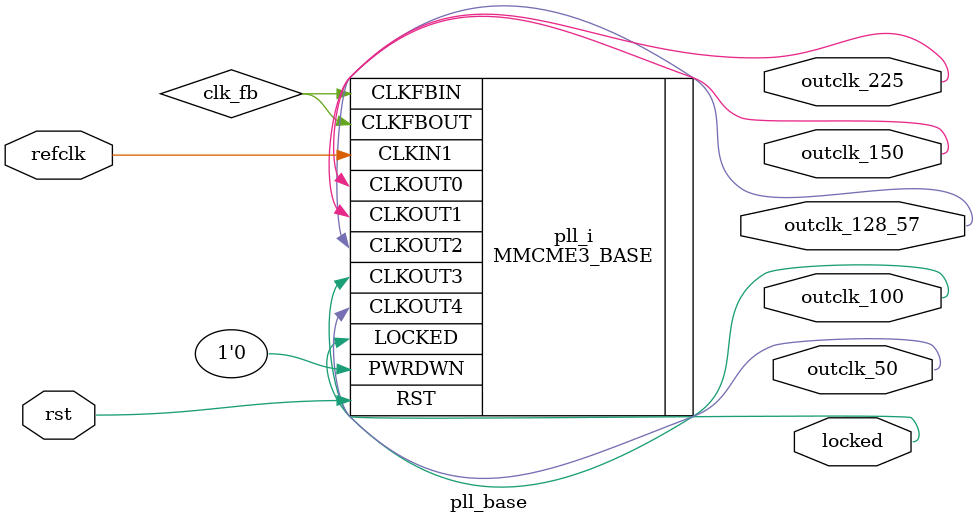
<source format=v>
module pll_sgmii_tx (
		input  wire  refclk,
		input  wire  rst,     
		output wire  outclk_625,
		output wire  outclk_312_5,
		output wire  outclk_125,
		output wire  outclk_25,
		output wire  locked
	);

   wire              clk_fb;
    MMCME3_BASE  #(
        .CLKIN1_PERIOD(8.0), // Input clock period in ns units, ps resolution (i.e. 33.333 is 30 MHz).
        .DIVCLK_DIVIDE(1), // Master division value
        .CLKFBOUT_MULT_F(5), // Multiply value for VCO
        .CLKOUT0_DIVIDE_F(1), // Divide amount for CLKOUT0
        .CLKOUT1_DIVIDE(2), // Divide amount for CLKOUT1
        .CLKOUT2_DIVIDE(5), // Divide amount for CLKOUT21
        .CLKOUT3_DIVIDE(25) // Divide amount for CLKOUT3
    ) pll_i (
        .RST (rst),
        .PWRDWN (0),
        .CLKOUT0 (outclk_625),
        .CLKOUT1 (outclk_312_5),
        .CLKOUT2 (outclk_125),
        .CLKOUT3 (outclk_25),
        .LOCKED (locked),
        .CLKIN1 (refclk),
        .CLKFBOUT (clk_fb),
        .CLKFBIN (clk_fb)
    );

endmodule

module pll_sgmii_rx (
		input  wire  refclk,
		input  wire  rst,     
		output wire  outclk_625,
		output wire  outclk_312_5,
		output wire  outclk_125,
		output wire  outclk_25,
		output wire  locked
	);

   wire              clk_fb;
    MMCME3_BASE  #(
        .CLKIN1_PERIOD(1.6), // Input clock period in ns units, ps resolution (i.e. 33.333 is 30 MHz).
        .DIVCLK_DIVIDE(2), // Master division value
        .CLKFBOUT_MULT_F(2), // Multiply value for VCO
        .CLKOUT0_DIVIDE_F(1), // Divide amount for CLKOUT0
        .CLKOUT1_DIVIDE(2), // Divide amount for CLKOUT1
        .CLKOUT2_DIVIDE(5), // Divide amount for CLKOUT21
        .CLKOUT3_DIVIDE(25) // Divide amount for CLKOUT3
    ) pll_i (
        .RST (rst),
        .PWRDWN (0),
        .CLKOUT0 (outclk_625),
        .CLKOUT1 (outclk_312_5),
        .CLKOUT2 (outclk_125),
        .CLKOUT3 (outclk_25),
        .LOCKED (locked),
        .CLKIN1 (refclk),
        .CLKFBOUT (clk_fb),
        .CLKFBIN (clk_fb)
    );

endmodule

module pll_base (
		input  wire  refclk,
		input  wire  rst,     
		output wire  outclk_225,
		output wire  outclk_150,
		output wire  outclk_128_57,
		output wire  outclk_100,
		output wire  outclk_50,
		output wire  locked
	);

   wire              clk_fb;
   // MMCM clock in of 10MHz to 800MHz
   // MMCM VCO frequency between 600MHz and 1200MHz
   // MMCM Output frequency 4.7MHz - 630MHz
   // For 150MHz out we use a mult of 3 to 900MHz and divide of 6
	MMCME3_BASE #( .BANDWIDTH("OPTIMIZED"), // Jitter programming (HIGH, LOW, OPTIMIZED)
                   .STARTUP_WAIT("FALSE"), // Delays DONE until MMCM is locked (FALSE, TRUE)
                   // CLKIN_PERIOD: Input clock period in ns units, ps resolution (i.e. 33.333 is 30 MHz).
                   .CLKIN1_PERIOD(3.33), // 300MHz input
                   .IS_CLKIN1_INVERTED(1'b0), // Optional inversion for CLKIN1
                   // REF_JITTER: Reference input jitter in UI (0.000-0.999).
                   .REF_JITTER1(0.0),
                   // ADV .CLKIN2_PERIOD(10.0), and other clkin2 things
                   .DIVCLK_DIVIDE(1),        // Master division value (1-106)
                   .CLKFBOUT_MULT_F(3),      // Multiply value for VCO (2.000-64.000) - 300MHz up to 900MHz
                   .CLKFBOUT_PHASE(0.0),     // Phase offset in degrees of CLKFB default of 0.
                   .CLKOUT0_DIVIDE_F(4),     // Divide amount for CLKOUT0 (1.000-128.000) for 225Hz
                   .CLKOUT0_DUTY_CYCLE(0.5), // Default of 0.5
                   // ADV .CLKOUT0_USE_FINE_PS("FALSE"),
                   .CLKOUT1_DIVIDE(6),     // Divide amount for CLKOUT1 (1.000-128.000) for 150MHz
                   .CLKOUT2_DIVIDE(7),     // Divide amount for CLKOUT2 (1.000-128.000) for 128.57MHz
                   .CLKOUT3_DIVIDE(9),     // Divide amount for CLKOUT3 (1.000-128.000) for 100MHz
                   .CLKOUT4_DIVIDE(18),    // Divide amount for CLKOUT4 (1.000-128.000) for 50MHz
                   // ADV .CLKOUT4_CASCADE("TRUE"),
                   .CLKOUT5_DIVIDE(90),
                   .CLKOUT6_DIVIDE(90),
                   // ADV .COMPENSATION("AUTO"), // AUTO, BUF_IN, EXTERNAL, INTERNAL, ZHOLD - base uses internal feedback
                   // Programmable Inversion Attributes: Specifies built-in programmable inversion on specific pins
                   .IS_CLKFBIN_INVERTED(1'b0), // Optional inversion for CLKFBIN
                   // ADV .IS_CLKIN2_INVERTED(1'b0), // Optional inversion for CLKIN2
                   // ADV .IS_CLKINSEL_INVERTED(1'b0), // Optional inversion for CLKINSEL
                   // ADV .IS_PSEN_INVERTED(1'b0), // Optional inversion for PSEN
                   // ADV .IS_PSINCDEC_INVERTED(1'b0), // Optional inversion for PSINCDEC
                   .IS_PWRDWN_INVERTED(1'b0), // Optional inversion for PWRDWN
                   // ADV Spread Spectrum: Spread Spectrum Attributes
                   // ADV .SS_EN("FALSE"), // Enables spread spectrum (FALSE, TRUE)
                   // ADV .SS_MODE("CENTER_HIGH"), // CENTER_HIGH, CENTER_LOW, DOWN_HIGH, DOWN_LOW
                   // ADV .SS_MOD_PERIOD(10000), // Spread spectrum modulation period (ns) (4000-40000)
                   // USE_FINE_PS: Fine phase shift enable (TRUE/FALSE)
                   // ADV .CLKFBOUT_USE_FINE_PS("FALSE"),
                   .IS_RST_INVERTED(1'b0) // Optional inversion for RST
	) pll_i (
		     .RST	(rst),
             .PWRDWN (1'b0),
		     .CLKOUT0	(outclk_225),
		     .CLKOUT1	(outclk_150),
		     .CLKOUT2	(outclk_128_57),
		     .CLKOUT3	(outclk_100),
		     .CLKOUT4	(outclk_50),
		     .LOCKED	(locked),
		     .CLKIN1	(refclk),
             .CLKFBOUT (clk_fb),
             .CLKFBIN  (clk_fb)
	);

endmodule

</source>
